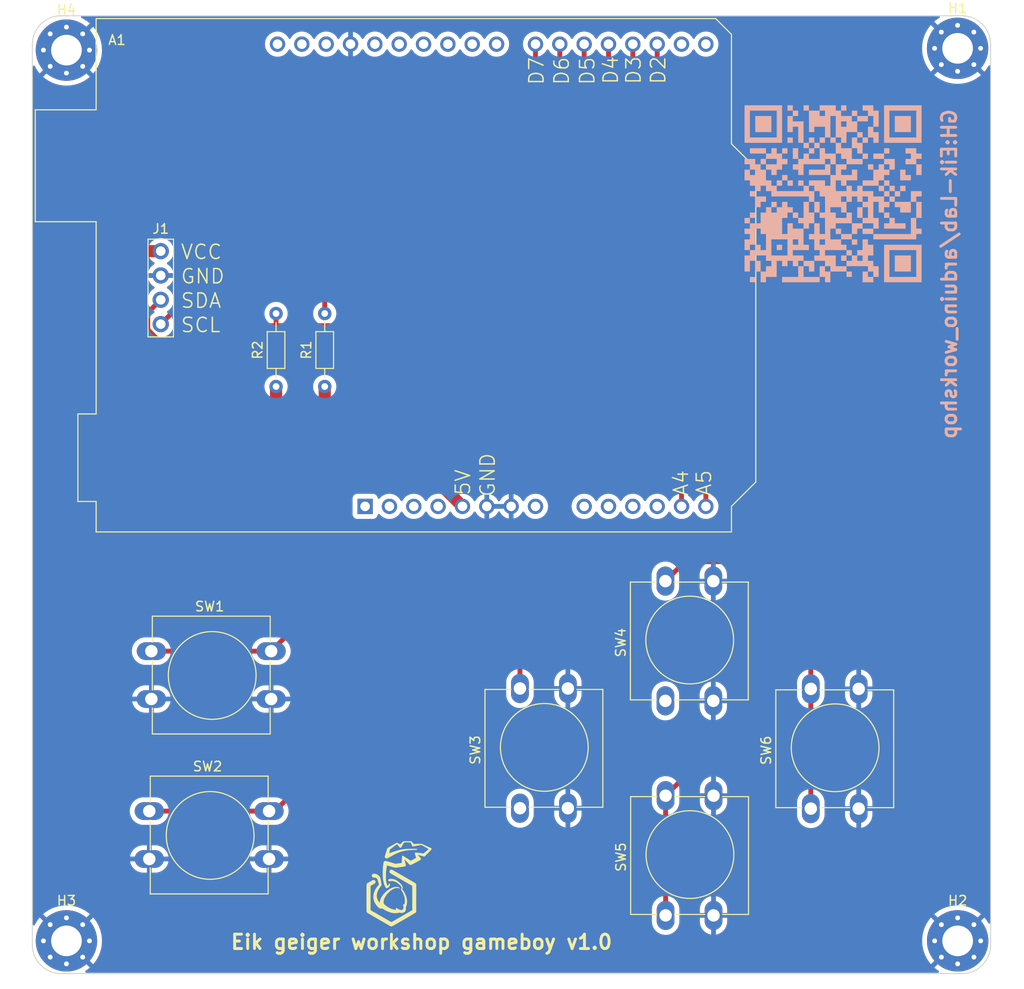
<source format=kicad_pcb>
(kicad_pcb (version 20221018) (generator pcbnew)
  (layers (0 "F.Cu" signal) (31 "B.Cu" signal) (34 "B.Paste" user) (35 "F.Paste" user) (36 "B.SilkS" user "B.Silkscreen") (37 "F.SilkS" user "F.Silkscreen") (38 "B.Mask" user) (39 "F.Mask" user) (44 "Edge.Cuts" user))
  (net 0 "")
  (net 5 "+5V")
  (net 6 "GND")
  (net 12 "/SDA")
  (net 13 "/SCL")
  (net 16 "/SW6")
  (net 17 "/SW5")
  (net 18 "/SW4")
  (net 19 "/SW3")
  (net 20 "/SW2")
  (net 21 "/SW1")
  (footprint "Library:MountingHole_3.2mm_M3_Pad_Via" (layer "F.Cu") (at 97 52)
    (fp_text reference "H4" (at 0 -4.2) (layer "F.SilkS"))
    (fp_text value "MountingHole_Pad")
    (pad "1" thru_hole circle (at -2.4 0) (size 0.8 0.8) (drill 0.5) (layers "*.Cu" "*.Mask") (net 6 "GND"))
    (pad "1" thru_hole circle (at -1.697056 -1.697056) (size 0.8 0.8) (drill 0.5) (layers "*.Cu" "*.Mask") (net 6 "GND"))
    (pad "1" thru_hole circle (at -1.697056 1.697056) (size 0.8 0.8) (drill 0.5) (layers "*.Cu" "*.Mask") (net 6 "GND"))
    (pad "1" thru_hole circle (at 0 -2.4) (size 0.8 0.8) (drill 0.5) (layers "*.Cu" "*.Mask") (net 6 "GND"))
    (pad "1" thru_hole circle (at 0 0) (size 6.4 6.4) (drill 3.2) (layers "*.Cu" "*.Mask") (net 6 "GND"))
    (pad "1" thru_hole circle (at 0 2.4) (size 0.8 0.8) (drill 0.5) (layers "*.Cu" "*.Mask") (net 6 "GND"))
    (pad "1" thru_hole circle (at 1.697056 -1.697056) (size 0.8 0.8) (drill 0.5) (layers "*.Cu" "*.Mask") (net 6 "GND"))
    (pad "1" thru_hole circle (at 1.697056 1.697056) (size 0.8 0.8) (drill 0.5) (layers "*.Cu" "*.Mask") (net 6 "GND"))
    (pad "1" thru_hole circle (at 2.4 0) (size 0.8 0.8) (drill 0.5) (layers "*.Cu" "*.Mask") (net 6 "GND"))
  )
  (footprint "Library:LOGO" (layer "F.Cu") (at 132 139)
    (fp_text reference "G***" hide)
    (fp_text value "LOGO" hide)
  )
  (footprint "Library:SW_PUSH-12mm" (layer "F.Cu") (at 159.5 119.94 90)
    (fp_text reference "SW4" (at 6.08 -4.66 90) (layer "F.SilkS"))
    (fp_text value "SW_Push")
    (pad "1" thru_hole oval (at 0 0 90) (size 3.048 1.85) (drill 1.3) (layers "*.Cu" "*.Mask") (net 18 "/SW4"))
    (pad "1" thru_hole oval (at 12.5 0 90) (size 3.048 1.85) (drill 1.3) (layers "*.Cu" "*.Mask") (net 18 "/SW4"))
    (pad "2" thru_hole oval (at 0 5 90) (size 3.048 1.85) (drill 1.3) (layers "*.Cu" "*.Mask") (net 6 "GND"))
    (pad "2" thru_hole oval (at 12.5 5 90) (size 3.048 1.85) (drill 1.3) (layers "*.Cu" "*.Mask") (net 6 "GND"))
  )
  (footprint "Library:SW_PUSH-12mm" (layer "F.Cu") (at 105.645 131.45)
    (fp_text reference "SW2" (at 6.08 -4.66) (layer "F.SilkS"))
    (fp_text value "SW_Push")
    (pad "1" thru_hole oval (at 0 0) (size 3.048 1.85) (drill 1.3) (layers "*.Cu" "*.Mask") (net 20 "/SW2"))
    (pad "1" thru_hole oval (at 12.5 0) (size 3.048 1.85) (drill 1.3) (layers "*.Cu" "*.Mask") (net 20 "/SW2"))
    (pad "2" thru_hole oval (at 0 5) (size 3.048 1.85) (drill 1.3) (layers "*.Cu" "*.Mask") (net 6 "GND"))
    (pad "2" thru_hole oval (at 12.5 5) (size 3.048 1.85) (drill 1.3) (layers "*.Cu" "*.Mask") (net 6 "GND"))
  )
  (footprint "Library:R_Axial_DIN0204_L3.6mm_D1.6mm_P7.62mm_Horizontal" (layer "F.Cu") (at 123.952 87.122 90)
    (fp_text reference "R1" (at 3.81 -1.92 90) (layer "F.SilkS"))
    (fp_text value "4.7k")
    (pad "1" thru_hole circle (at 0 0 90) (size 1.4 1.4) (drill 0.7) (layers "*.Cu" "*.Mask") (net 5 "+5V"))
    (pad "2" thru_hole oval (at 7.62 0 90) (size 1.4 1.4) (drill 0.7) (layers "*.Cu" "*.Mask") (net 13 "/SCL"))
  )
  (footprint "Library:SW_PUSH-12mm" (layer "F.Cu") (at 144.325 131.15 90)
    (fp_text reference "SW3" (at 6.08 -4.66 90) (layer "F.SilkS"))
    (fp_text value "SW_Push")
    (pad "1" thru_hole oval (at 0 0 90) (size 3.048 1.85) (drill 1.3) (layers "*.Cu" "*.Mask") (net 19 "/SW3"))
    (pad "1" thru_hole oval (at 12.5 0 90) (size 3.048 1.85) (drill 1.3) (layers "*.Cu" "*.Mask") (net 19 "/SW3"))
    (pad "2" thru_hole oval (at 0 5 90) (size 3.048 1.85) (drill 1.3) (layers "*.Cu" "*.Mask") (net 6 "GND"))
    (pad "2" thru_hole oval (at 12.5 5 90) (size 3.048 1.85) (drill 1.3) (layers "*.Cu" "*.Mask") (net 6 "GND"))
  )
  (footprint "Library:MountingHole_3.2mm_M3_Pad_Via" (layer "F.Cu") (at 97 145)
    (fp_text reference "H3" (at 0 -4.2) (layer "F.SilkS"))
    (fp_text value "MountingHole_Pad")
    (pad "1" thru_hole circle (at -2.4 0) (size 0.8 0.8) (drill 0.5) (layers "*.Cu" "*.Mask") (net 6 "GND"))
    (pad "1" thru_hole circle (at -1.697056 -1.697056) (size 0.8 0.8) (drill 0.5) (layers "*.Cu" "*.Mask") (net 6 "GND"))
    (pad "1" thru_hole circle (at -1.697056 1.697056) (size 0.8 0.8) (drill 0.5) (layers "*.Cu" "*.Mask") (net 6 "GND"))
    (pad "1" thru_hole circle (at 0 -2.4) (size 0.8 0.8) (drill 0.5) (layers "*.Cu" "*.Mask") (net 6 "GND"))
    (pad "1" thru_hole circle (at 0 0) (size 6.4 6.4) (drill 3.2) (layers "*.Cu" "*.Mask") (net 6 "GND"))
    (pad "1" thru_hole circle (at 0 2.4) (size 0.8 0.8) (drill 0.5) (layers "*.Cu" "*.Mask") (net 6 "GND"))
    (pad "1" thru_hole circle (at 1.697056 -1.697056) (size 0.8 0.8) (drill 0.5) (layers "*.Cu" "*.Mask") (net 6 "GND"))
    (pad "1" thru_hole circle (at 1.697056 1.697056) (size 0.8 0.8) (drill 0.5) (layers "*.Cu" "*.Mask") (net 6 "GND"))
    (pad "1" thru_hole circle (at 2.4 0) (size 0.8 0.8) (drill 0.5) (layers "*.Cu" "*.Mask") (net 6 "GND"))
  )
  (footprint "Library:MountingHole_3.2mm_M3_Pad_Via" (layer "F.Cu") (at 189.992 51.816)
    (fp_text reference "H1" (at 0 -4.2) (layer "F.SilkS"))
    (fp_text value "MountingHole_Pad")
    (pad "1" thru_hole circle (at -2.4 0) (size 0.8 0.8) (drill 0.5) (layers "*.Cu" "*.Mask") (net 6 "GND"))
    (pad "1" thru_hole circle (at -1.697056 -1.697056) (size 0.8 0.8) (drill 0.5) (layers "*.Cu" "*.Mask") (net 6 "GND"))
    (pad "1" thru_hole circle (at -1.697056 1.697056) (size 0.8 0.8) (drill 0.5) (layers "*.Cu" "*.Mask") (net 6 "GND"))
    (pad "1" thru_hole circle (at 0 -2.4) (size 0.8 0.8) (drill 0.5) (layers "*.Cu" "*.Mask") (net 6 "GND"))
    (pad "1" thru_hole circle (at 0 0) (size 6.4 6.4) (drill 3.2) (layers "*.Cu" "*.Mask") (net 6 "GND"))
    (pad "1" thru_hole circle (at 0 2.4) (size 0.8 0.8) (drill 0.5) (layers "*.Cu" "*.Mask") (net 6 "GND"))
    (pad "1" thru_hole circle (at 1.697056 -1.697056) (size 0.8 0.8) (drill 0.5) (layers "*.Cu" "*.Mask") (net 6 "GND"))
    (pad "1" thru_hole circle (at 1.697056 1.697056) (size 0.8 0.8) (drill 0.5) (layers "*.Cu" "*.Mask") (net 6 "GND"))
    (pad "1" thru_hole circle (at 2.4 0) (size 0.8 0.8) (drill 0.5) (layers "*.Cu" "*.Mask") (net 6 "GND"))
  )
  (footprint "Library:SW_PUSH-12mm" (layer "F.Cu") (at 174.675 131.19 90)
    (fp_text reference "SW6" (at 6.08 -4.66 90) (layer "F.SilkS"))
    (fp_text value "SW_Push")
    (pad "1" thru_hole oval (at 0 0 90) (size 3.048 1.85) (drill 1.3) (layers "*.Cu" "*.Mask") (net 16 "/SW6"))
    (pad "1" thru_hole oval (at 12.5 0 90) (size 3.048 1.85) (drill 1.3) (layers "*.Cu" "*.Mask") (net 16 "/SW6"))
    (pad "2" thru_hole oval (at 0 5 90) (size 3.048 1.85) (drill 1.3) (layers "*.Cu" "*.Mask") (net 6 "GND"))
    (pad "2" thru_hole oval (at 12.5 5 90) (size 3.048 1.85) (drill 1.3) (layers "*.Cu" "*.Mask") (net 6 "GND"))
  )
  (footprint "Library:SW_PUSH-12mm" (layer "F.Cu") (at 159.525 142.34 90)
    (fp_text reference "SW5" (at 6.08 -4.66 90) (layer "F.SilkS"))
    (fp_text value "SW_Push")
    (pad "1" thru_hole oval (at 0 0 90) (size 3.048 1.85) (drill 1.3) (layers "*.Cu" "*.Mask") (net 17 "/SW5"))
    (pad "1" thru_hole oval (at 12.5 0 90) (size 3.048 1.85) (drill 1.3) (layers "*.Cu" "*.Mask") (net 17 "/SW5"))
    (pad "2" thru_hole oval (at 0 5 90) (size 3.048 1.85) (drill 1.3) (layers "*.Cu" "*.Mask") (net 6 "GND"))
    (pad "2" thru_hole oval (at 12.5 5 90) (size 3.048 1.85) (drill 1.3) (layers "*.Cu" "*.Mask") (net 6 "GND"))
  )
  (footprint "Library:SW_PUSH-12mm" (layer "F.Cu") (at 105.86 114.75)
    (fp_text reference "SW1" (at 6.08 -4.66) (layer "F.SilkS"))
    (fp_text value "SW_Push")
    (pad "1" thru_hole oval (at 0 0) (size 3.048 1.85) (drill 1.3) (layers "*.Cu" "*.Mask") (net 21 "/SW1"))
    (pad "1" thru_hole oval (at 12.5 0) (size 3.048 1.85) (drill 1.3) (layers "*.Cu" "*.Mask") (net 21 "/SW1"))
    (pad "2" thru_hole oval (at 0 5) (size 3.048 1.85) (drill 1.3) (layers "*.Cu" "*.Mask") (net 6 "GND"))
    (pad "2" thru_hole oval (at 12.5 5) (size 3.048 1.85) (drill 1.3) (layers "*.Cu" "*.Mask") (net 6 "GND"))
  )
  (footprint "Library:MountingHole_3.2mm_M3_Pad_Via" (layer "F.Cu") (at 190 145)
    (fp_text reference "H2" (at 0 -4.2) (layer "F.SilkS"))
    (fp_text value "MountingHole_Pad")
    (pad "1" thru_hole circle (at -2.4 0) (size 0.8 0.8) (drill 0.5) (layers "*.Cu" "*.Mask") (net 6 "GND"))
    (pad "1" thru_hole circle (at -1.697056 -1.697056) (size 0.8 0.8) (drill 0.5) (layers "*.Cu" "*.Mask") (net 6 "GND"))
    (pad "1" thru_hole circle (at -1.697056 1.697056) (size 0.8 0.8) (drill 0.5) (layers "*.Cu" "*.Mask") (net 6 "GND"))
    (pad "1" thru_hole circle (at 0 -2.4) (size 0.8 0.8) (drill 0.5) (layers "*.Cu" "*.Mask") (net 6 "GND"))
    (pad "1" thru_hole circle (at 0 0) (size 6.4 6.4) (drill 3.2) (layers "*.Cu" "*.Mask") (net 6 "GND"))
    (pad "1" thru_hole circle (at 0 2.4) (size 0.8 0.8) (drill 0.5) (layers "*.Cu" "*.Mask") (net 6 "GND"))
    (pad "1" thru_hole circle (at 1.697056 -1.697056) (size 0.8 0.8) (drill 0.5) (layers "*.Cu" "*.Mask") (net 6 "GND"))
    (pad "1" thru_hole circle (at 1.697056 1.697056) (size 0.8 0.8) (drill 0.5) (layers "*.Cu" "*.Mask") (net 6 "GND"))
    (pad "1" thru_hole circle (at 2.4 0) (size 0.8 0.8) (drill 0.5) (layers "*.Cu" "*.Mask") (net 6 "GND"))
  )
  (footprint "Library:Arduino_UNO_R3" (layer "F.Cu") (at 128.165 53.915)
    (fp_text reference "A1" (at -25.89 -2.965 180) (layer "F.SilkS"))
    (fp_text value "Arduino_UNO_R3")
    (pad "1" thru_hole rect locked (at 0 45.72 90) (size 1.6 1.6) (drill 1) (layers "*.Cu" "*.Mask"))
    (pad "2" thru_hole oval locked (at 2.54 45.72 90) (size 1.6 1.6) (drill 1) (layers "*.Cu" "*.Mask"))
    (pad "3" thru_hole oval locked (at 5.08 45.72 90) (size 1.6 1.6) (drill 1) (layers "*.Cu" "*.Mask"))
    (pad "4" thru_hole oval locked (at 7.62 45.72 90) (size 1.6 1.6) (drill 1) (layers "*.Cu" "*.Mask"))
    (pad "5" thru_hole oval locked (at 10.16 45.72 90) (size 1.6 1.6) (drill 1) (layers "*.Cu" "*.Mask") (net 5 "+5V"))
    (pad "6" thru_hole oval locked (at 12.7 45.72 90) (size 1.6 1.6) (drill 1) (layers "*.Cu" "*.Mask") (net 6 "GND"))
    (pad "7" thru_hole oval locked (at 15.24 45.72 90) (size 1.6 1.6) (drill 1) (layers "*.Cu" "*.Mask") (net 6 "GND"))
    (pad "8" thru_hole oval locked (at 17.78 45.72 90) (size 1.6 1.6) (drill 1) (layers "*.Cu" "*.Mask"))
    (pad "9" thru_hole oval locked (at 22.86 45.72 90) (size 1.6 1.6) (drill 1) (layers "*.Cu" "*.Mask"))
    (pad "10" thru_hole oval locked (at 25.4 45.72 90) (size 1.6 1.6) (drill 1) (layers "*.Cu" "*.Mask"))
    (pad "11" thru_hole oval locked (at 27.94 45.72 90) (size 1.6 1.6) (drill 1) (layers "*.Cu" "*.Mask"))
    (pad "12" thru_hole oval locked (at 30.48 45.72 90) (size 1.6 1.6) (drill 1) (layers "*.Cu" "*.Mask"))
    (pad "13" thru_hole oval locked (at 33.02 45.72 90) (size 1.6 1.6) (drill 1) (layers "*.Cu" "*.Mask") (net 12 "/SDA"))
    (pad "14" thru_hole oval locked (at 35.56 45.72 90) (size 1.6 1.6) (drill 1) (layers "*.Cu" "*.Mask") (net 13 "/SCL"))
    (pad "15" thru_hole oval locked (at 35.56 -2.54 90) (size 1.6 1.6) (drill 1) (layers "*.Cu" "*.Mask"))
    (pad "16" thru_hole oval locked (at 33.02 -2.54 90) (size 1.6 1.6) (drill 1) (layers "*.Cu" "*.Mask"))
    (pad "17" thru_hole oval locked (at 30.48 -2.54 90) (size 1.6 1.6) (drill 1) (layers "*.Cu" "*.Mask") (net 16 "/SW6"))
    (pad "18" thru_hole oval locked (at 27.94 -2.54 90) (size 1.6 1.6) (drill 1) (layers "*.Cu" "*.Mask") (net 17 "/SW5"))
    (pad "19" thru_hole oval locked (at 25.4 -2.54 90) (size 1.6 1.6) (drill 1) (layers "*.Cu" "*.Mask") (net 18 "/SW4"))
    (pad "20" thru_hole oval locked (at 22.86 -2.54 90) (size 1.6 1.6) (drill 1) (layers "*.Cu" "*.Mask") (net 19 "/SW3"))
    (pad "21" thru_hole oval locked (at 20.32 -2.54 90) (size 1.6 1.6) (drill 1) (layers "*.Cu" "*.Mask") (net 20 "/SW2"))
    (pad "22" thru_hole oval locked (at 17.78 -2.54 90) (size 1.6 1.6) (drill 1) (layers "*.Cu" "*.Mask") (net 21 "/SW1"))
    (pad "23" thru_hole oval locked (at 13.72 -2.54 90) (size 1.6 1.6) (drill 1) (layers "*.Cu" "*.Mask"))
    (pad "24" thru_hole oval locked (at 11.18 -2.54 90) (size 1.6 1.6) (drill 1) (layers "*.Cu" "*.Mask"))
    (pad "25" thru_hole oval locked (at 8.64 -2.54 90) (size 1.6 1.6) (drill 1) (layers "*.Cu" "*.Mask"))
    (pad "26" thru_hole oval locked (at 6.1 -2.54 90) (size 1.6 1.6) (drill 1) (layers "*.Cu" "*.Mask"))
    (pad "27" thru_hole oval locked (at 3.56 -2.54 90) (size 1.6 1.6) (drill 1) (layers "*.Cu" "*.Mask"))
    (pad "28" thru_hole oval locked (at 1.02 -2.54 90) (size 1.6 1.6) (drill 1) (layers "*.Cu" "*.Mask"))
    (pad "29" thru_hole oval locked (at -1.52 -2.54 90) (size 1.6 1.6) (drill 1) (layers "*.Cu" "*.Mask") (net 6 "GND"))
    (pad "30" thru_hole oval locked (at -4.06 -2.54 90) (size 1.6 1.6) (drill 1) (layers "*.Cu" "*.Mask"))
    (pad "31" thru_hole oval locked (at -6.6 -2.54 90) (size 1.6 1.6) (drill 1) (layers "*.Cu" "*.Mask"))
    (pad "32" thru_hole oval locked (at -9.14 -2.54 90) (size 1.6 1.6) (drill 1) (layers "*.Cu" "*.Mask"))
  )
  (footprint "Library:R_Axial_DIN0204_L3.6mm_D1.6mm_P7.62mm_Horizontal" (layer "F.Cu") (at 118.872 87.122 90)
    (fp_text reference "R2" (at 3.81 -1.92 90) (layer "F.SilkS"))
    (fp_text value "4.7k")
    (pad "1" thru_hole circle (at 0 0 90) (size 1.4 1.4) (drill 0.7) (layers "*.Cu" "*.Mask") (net 5 "+5V"))
    (pad "2" thru_hole oval (at 7.62 0 90) (size 1.4 1.4) (drill 0.7) (layers "*.Cu" "*.Mask") (net 12 "/SDA"))
  )
  (footprint "Library:PinHeader_1x04_P2.54mm_Vertical" (layer "F.Cu") (at 106.84 72.99)
    (fp_text reference "J1" (at 0 -2.33) (layer "F.SilkS"))
    (fp_text value "Conn_01x04_Male")
    (pad "1" thru_hole circle (at 0 0) (size 1.7 1.7) (drill 1) (layers "*.Cu" "*.Mask") (net 5 "+5V"))
    (pad "2" thru_hole oval (at 0 2.54) (size 1.7 1.7) (drill 1) (layers "*.Cu" "*.Mask") (net 6 "GND"))
    (pad "3" thru_hole oval (at 0 5.08) (size 1.7 1.7) (drill 1) (layers "*.Cu" "*.Mask") (net 12 "/SDA"))
    (pad "4" thru_hole oval (at 0 7.62) (size 1.7 1.7) (drill 1) (layers "*.Cu" "*.Mask") (net 13 "/SCL"))
  )
  (footprint "Library:LOGO" (layer "B.Cu") (at 177 67 180)
    (fp_text reference "G***" hide)
    (fp_text value "LOGO" hide)
  )
  (gr_line (start 193.44 51.415) (end 193.44 145.415) (stroke (width 0.1)) (layer "Edge.Cuts"))
  (gr_arc (start 193.44 145.415) (mid 192.56132 147.53632) (end 190.44 148.415) (stroke (width 0.1)) (layer "Edge.Cuts"))
  (gr_arc (start 93.44 51.415) (mid 94.31868 49.29368) (end 96.44 48.415) (stroke (width 0.1)) (layer "Edge.Cuts"))
  (gr_line (start 93.44 145.415) (end 93.44 51.415) (stroke (width 0.1)) (layer "Edge.Cuts"))
  (gr_arc (start 190.44 48.415) (mid 192.56132 49.29368) (end 193.44 51.415) (stroke (width 0.1)) (layer "Edge.Cuts"))
  (gr_arc (start 96.44 148.415) (mid 94.31868 147.53632) (end 93.44 145.415) (stroke (width 0.1)) (layer "Edge.Cuts"))
  (gr_line (start 190.44 148.415) (end 96.44 148.415) (stroke (width 0.1)) (layer "Edge.Cuts"))
  (gr_line (start 96.44 48.415) (end 190.44 48.415) (stroke (width 0.1)) (layer "Edge.Cuts"))
  (gr_text "GH:Eik-Lab/arduino_workshop" (at 190 58 90) (layer "B.SilkS") (effects (font (size 1.5 1.5) (thickness 0.3) bold) (justify left bottom mirror)))
  (gr_text "GND" (at 111.224163 75.615253) (layer "F.SilkS") (effects (font (size 1.5 1.5))))
  (gr_text "A5" (at 163.525 97.2 90) (layer "F.SilkS") (effects (font (size 1.5 1.5))))
  (gr_text "VCC" (at 111.081306 73.07288) (layer "F.SilkS") (effects (font (size 1.5 1.5))))
  (gr_text "D6" (at 148.675 54.175 90) (layer "F.SilkS") (effects (font (size 1.5 1.5))))
  (gr_text "D2" (at 158.75 54.1 90) (layer "F.SilkS") (effects (font (size 1.5 1.5))))
  (gr_text "SCL" (at 111.009877 80.7) (layer "F.SilkS") (effects (font (size 1.5 1.5))))
  (gr_text "SDA" (at 111.045591 78.157626) (layer "F.SilkS") (effects (font (size 1.5 1.5))))
  (gr_text "Eik geiger workshop gameboy v1.0" (at 114 146) (layer "F.SilkS") (effects (font (size 1.5 1.5) (thickness 0.3) bold) (justify left bottom)))
  (gr_text "D7" (at 146.05 54.175 90) (layer "F.SilkS") (effects (font (size 1.5 1.5))))
  (gr_text "D5" (at 151.35 54.175 90) (layer "F.SilkS") (effects (font (size 1.5 1.5))))
  (gr_text "5V" (at 138.375 97.125 90) (layer "F.SilkS") (effects (font (size 1.5 1.5))))
  (gr_text "D3" (at 156.175 54.1 90) (layer "F.SilkS") (effects (font (size 1.5 1.5))))
  (gr_text "D4" (at 153.8 54.1 90) (layer "F.SilkS") (effects (font (size 1.5 1.5))))
  (gr_text "GND" (at 140.95 96.35 90) (layer "F.SilkS") (effects (font (size 1.5 1.5))))
  (gr_text "A4" (at 161.125 97.2 90) (layer "F.SilkS") (effects (font (size 1.5 1.5))))
  (segment (start 123.952 87.122) (end 123.952 88.9) (width 1.27) (layer "F.Cu") (net 5))
  (segment (start 109.22 89.408) (end 118.872 89.408) (width 1.27) (layer "F.Cu") (net 5))
  (segment (start 104.14 73.66) (end 104.14 84.328) (width 1.27) (layer "F.Cu") (net 5))
  (segment (start 123.952 88.9) (end 123.444 89.408) (width 1.27) (layer "F.Cu") (net 5))
  (segment (start 123.444 89.408) (end 128.098 89.408) (width 1.27) (layer "F.Cu") (net 5))
  (segment (start 104.14 84.328) (end 109.22 89.408) (width 1.27) (layer "F.Cu") (net 5))
  (segment (start 118.872 87.122) (end 118.872 89.408) (width 1.27) (layer "F.Cu") (net 5))
  (segment (start 106.84 72.99) (end 104.81 72.99) (width 1.27) (layer "F.Cu") (net 5))
  (segment (start 128.098 89.408) (end 138.325 99.635) (width 1.27) (layer "F.Cu") (net 5))
  (segment (start 104.81 72.99) (end 104.14 73.66) (width 1.27) (layer "F.Cu") (net 5))
  (segment (start 118.872 89.408) (end 123.444 89.408) (width 1.27) (layer "F.Cu") (net 5))
  (segment (start 161.185 92.097) (end 161.185 99.635) (width 0.508) (layer "F.Cu") (net 12))
  (segment (start 106.605497 82.296) (end 113.792 82.296) (width 0.508) (layer "F.Cu") (net 12))
  (segment (start 118.872 80.772) (end 149.86 80.772) (width 0.508) (layer "F.Cu") (net 12))
  (segment (start 149.86 80.772) (end 161.185 92.097) (width 0.508) (layer "F.Cu") (net 12))
  (segment (start 106.84 78.07) (end 105.482 79.428) (width 0.508) (layer "F.Cu") (net 12))
  (segment (start 113.792 82.296) (end 115.316 80.772) (width 0.508) (layer "F.Cu") (net 12))
  (segment (start 105.482 81.172503) (end 106.605497 82.296) (width 0.508) (layer "F.Cu") (net 12))
  (segment (start 118.872 80.772) (end 118.872 79.502) (width 0.508) (layer "F.Cu") (net 12))
  (segment (start 115.316 80.772) (end 118.872 80.772) (width 0.508) (layer "F.Cu") (net 12))
  (segment (start 105.482 79.428) (end 105.482 81.172503) (width 0.508) (layer "F.Cu") (net 12))
  (segment (start 123.952 77.724) (end 123.952 79.502) (width 0.508) (layer "F.Cu") (net 13))
  (segment (start 107.957713 79.492287) (end 106.84 80.61) (width 0.508) (layer "F.Cu") (net 13))
  (segment (start 163.725 93.113) (end 148.336 77.724) (width 0.508) (layer "F.Cu") (net 13))
  (segment (start 123.952 77.724) (end 116.332 77.724) (width 0.508) (layer "F.Cu") (net 13))
  (segment (start 163.725 99.635) (end 163.725 93.113) (width 0.508) (layer "F.Cu") (net 13))
  (segment (start 116.332 77.724) (end 114.563713 79.492287) (width 0.508) (layer "F.Cu") (net 13))
  (segment (start 114.563713 79.492287) (end 107.957713 79.492287) (width 0.508) (layer "F.Cu") (net 13))
  (segment (start 148.336 77.724) (end 123.952 77.724) (width 0.508) (layer "F.Cu") (net 13))
  (segment (start 174.675 115.393) (end 175.768 114.3) (width 0.508) (layer "F.Cu") (net 16))
  (segment (start 175.768 114.3) (end 175.768 75.692) (width 0.508) (layer "F.Cu") (net 16))
  (segment (start 158.645 58.569) (end 158.645 51.375) (width 0.508) (layer "F.Cu") (net 16))
  (segment (start 175.768 75.692) (end 158.645 58.569) (width 0.508) (layer "F.Cu") (net 16))
  (segment (start 174.675 118.69) (end 174.675 115.393) (width 0.508) (layer "F.Cu") (net 16))
  (segment (start 174.675 131.19) (end 174.675 118.69) (width 0.508) (layer "F.Cu") (net 16))
  (segment (start 169.672 119.693) (end 159.525 129.84) (width 0.508) (layer "F.Cu") (net 17))
  (segment (start 174.244 108.712) (end 169.672 113.284) (width 0.508) (layer "F.Cu") (net 17))
  (segment (start 159.525 142.34) (end 159.525 129.84) (width 0.508) (layer "F.Cu") (net 17))
  (segment (start 169.672 113.284) (end 169.672 119.693) (width 0.508) (layer "F.Cu") (net 17))
  (segment (start 156.105 51.375) (end 156.105 58.061) (width 0.508) (layer "F.Cu") (net 17))
  (segment (start 156.105 58.061) (end 174.244 76.2) (width 0.508) (layer "F.Cu") (net 17))
  (segment (start 174.244 76.2) (end 174.244 108.712) (width 0.508) (layer "F.Cu") (net 17))
  (segment (start 173.228 76.708) (end 173.228 98.044) (width 0.508) (layer "F.Cu") (net 18))
  (segment (start 173.228 98.044) (end 165.864 105.408) (width 0.508) (layer "F.Cu") (net 18))
  (segment (start 161.532 105.408) (end 159.5 107.44) (width 0.508) (layer "F.Cu") (net 18))
  (segment (start 153.565 51.375) (end 153.565 57.045) (width 0.508) (layer "F.Cu") (net 18))
  (segment (start 165.864 105.408) (end 161.532 105.408) (width 0.508) (layer "F.Cu") (net 18))
  (segment (start 153.565 57.045) (end 173.228 76.708) (width 0.508) (layer "F.Cu") (net 18))
  (segment (start 151.025 56.029) (end 172.212 77.216) (width 0.508) (layer "F.Cu") (net 19))
  (segment (start 144.325 115.771) (end 144.325 118.65) (width 0.508) (layer "F.Cu") (net 19))
  (segment (start 151.025 51.375) (end 151.025 56.029) (width 0.508) (layer "F.Cu") (net 19))
  (segment (start 172.212 77.216) (end 172.212 97.98237) (width 0.508) (layer "F.Cu") (net 19))
  (segment (start 156.464 103.632) (end 144.325 115.771) (width 0.508) (layer "F.Cu") (net 19))
  (segment (start 172.212 97.98237) (end 166.56237 103.632) (width 0.508) (layer "F.Cu") (net 19))
  (segment (start 166.56237 103.632) (end 156.464 103.632) (width 0.508) (layer "F.Cu") (net 19))
  (segment (start 171.196 77.724) (end 171.196 97.92074) (width 0.508) (layer "F.Cu") (net 20))
  (segment (start 148.485 51.375) (end 148.485 55.013) (width 0.508) (layer "F.Cu") (net 20))
  (segment (start 118.145 131.45) (end 105.645 131.45) (width 0.508) (layer "F.Cu") (net 20))
  (segment (start 166.24674 102.87) (end 147.324 102.87) (width 0.508) (layer "F.Cu") (net 20))
  (segment (start 171.196 97.92074) (end 166.24674 102.87) (width 0.508) (layer "F.Cu") (net 20))
  (segment (start 148.485 55.013) (end 171.196 77.724) (width 0.508) (layer "F.Cu") (net 20))
  (segment (start 147.324 102.87) (end 118.744 131.45) (width 0.508) (layer "F.Cu") (net 20))
  (segment (start 148.7424 51.6324) (end 148.485 51.375) (width 0.508) (layer "F.Cu") (net 20))
  (segment (start 118.744 131.45) (end 118.145 131.45) (width 0.508) (layer "F.Cu") (net 20))
  (segment (start 145.945 53.997) (end 170.18 78.232) (width 0.508) (layer "F.Cu") (net 21))
  (segment (start 170.18 97.85911) (end 165.93111 102.108) (width 0.508) (layer "F.Cu") (net 21))
  (segment (start 165.93111 102.108) (end 131.002 102.108) (width 0.508) (layer "F.Cu") (net 21))
  (segment (start 131.002 102.108) (end 118.36 114.75) (width 0.508) (layer "F.Cu") (net 21))
  (segment (start 170.18 78.232) (end 170.18 97.85911) (width 0.508) (layer "F.Cu") (net 21))
  (segment (start 145.945 51.375) (end 145.945 53.997) (width 0.508) (layer "F.Cu") (net 21))
  (segment (start 118.36 114.75) (end 105.86 114.75) (width 0.508) (layer "F.Cu") (net 21))
  (zone (net 6) (net_name "GND") (layer "B.Cu") (connect_pads (clearance 0.508)) (min_thickness 0.25) (fill yes (thermal_gap 0.5) (thermal_bridge_width 0.5))
    (polygon (pts (xy 93.472 48.26) (xy 193.548 48.26) (xy 193.548 148.336) (xy 93.472 148.336)))
  )
)
</source>
